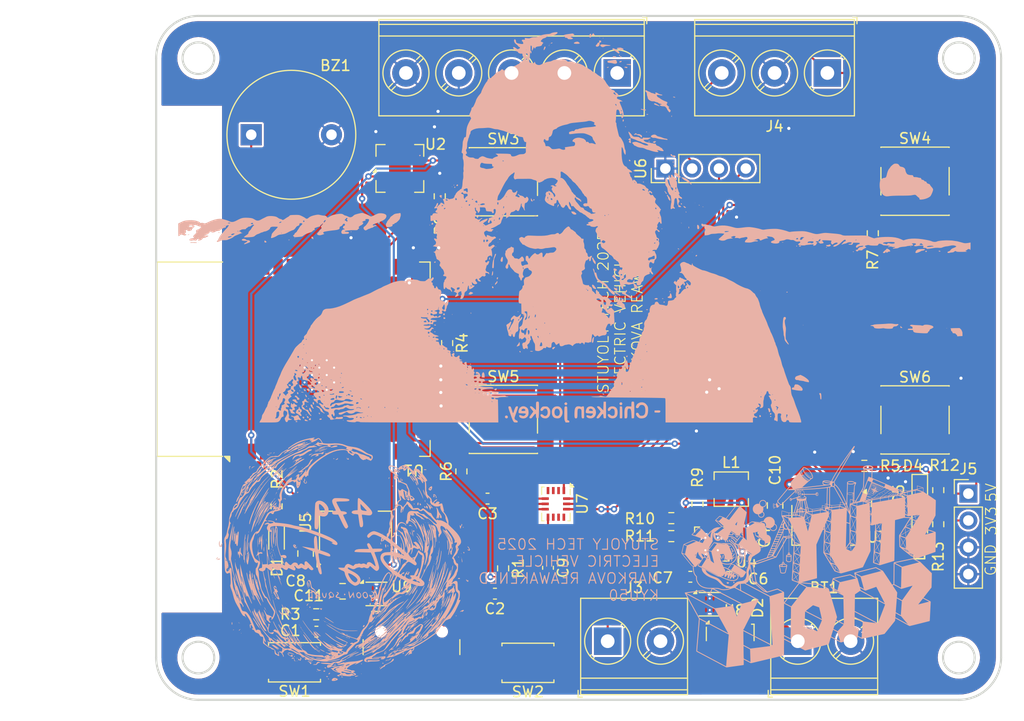
<source format=kicad_pcb>
(kicad_pcb (version 20240108) (generator "pcbnew") (generator_version "8.0")
  (layers (0 "F.Cu" signal) (31 "B.Cu" signal) (34 "B.Paste" user) (35 "F.Paste" user) (36 "B.SilkS" user "B.Silkscreen") (37 "F.SilkS" user "F.Silkscreen") (38 "B.Mask" user) (39 "F.Mask" user) (44 "Edge.Cuts" user))
  (net 0 "")
  (net 1 "VBAT")
  (net 2 "GND")
  (net 3 "/BUZZER")
  (net 4 "Net-(U1-EN)")
  (net 5 "Net-(U1-IO0)")
  (net 6 "+3V3")
  (net 7 "+5V")
  (net 8 "Net-(U4-SS{slash}TR)")
  (net 9 "Net-(D1-K)")
  (net 10 "Net-(D3-A)")
  (net 11 "Net-(D4-A)")
  (net 12 "/D-")
  (net 13 "/D+")
  (net 16 "/5V_ENC_B")
  (net 17 "/5V_LASER")
  (net 18 "/5V_ENC_A")
  (net 19 "/SPARK_MAX_PWM")
  (net 20 "/5V_FAN_PWM")
  (net 21 "Net-(U1-IO16)")
  (net 22 "Net-(U1-IO46)")
  (net 23 "/BTN4")
  (net 24 "/BTN3")
  (net 25 "/BTN2")
  (net 26 "/BTN1")
  (net 27 "Net-(U4-PG)")
  (net 28 "Net-(U4-FB)")
  (net 48 "/3V3_LASER")
  (net 49 "/3V3_FAN_PWM")
  (net 50 "/3V3_ENC_B")
  (net 51 "/3V3_ENC_A")
  (net 52 "/POWER_INDUCTOR")
  (net 53 "/SDA")
  (net 54 "/SCL")
  (net 61 "Net-(BT1-+)")
  (footprint "Resistor_SMD:R_0603_1608Metric" (layer "F.Cu") (at 167.2 70.575 90)
    (property "Reference" "R7")
    (property "Value" "1k")
  )
  (footprint "Capacitor_SMD:C_0805_2012Metric" (layer "F.Cu") (at 157.95 96.35 -90)
    (property "Reference" "C10")
    (property "Value" "10uF")
  )
  (footprint "TerminalBlock_Phoenix:TerminalBlock_Phoenix_PT-1,5-3-5.0-H_1x03_P5.00mm_Horizontal" (layer "F.Cu") (at 162.9 55.4 180)
    (property "Reference" "J4")
    (property "Value" "BLDC_FAN_ESC")
  )
  (footprint "Package_SON:WSON-6-1EP_2x2mm_P0.65mm_EP1x1.6mm_ThermalVias" (layer "F.Cu") (at 120.2125 104.725)
    (property "Reference" "U9")
    (property "Value" "TVS1400DRV")
  )
  (footprint "Package_LGA:Bosch_LGA-14_3x2.5mm_P0.5mm" (layer "F.Cu") (at 137.2 96.2 -90)
    (property "Reference" "U7")
    (property "Value" "BMI270")
  )
  (footprint "Resistor_SMD:R_0603_1608Metric" (layer "F.Cu") (at 148.125 99.25)
    (property "Reference" "R11")
    (property "Value" "100")
  )
  (footprint "Package_DFN_QFN:Texas_S-PVQFN-N14" (layer "F.Cu") (at 122.425 64.44 90)
    (property "Reference" "U2")
    (property "Value" "LSF0204")
  )
  (footprint "Capacitor_SMD:C_0603_1608Metric" (layer "F.Cu") (at 131.425 104.7 180)
    (property "Reference" "C2")
    (property "Value" "100nF")
  )
  (footprint "Package_TO_SOT_SMD:TO-277A" (layer "F.Cu") (at 153.7 110.75)
    (property "Reference" "D2")
    (property "Value" "D_Schottky")
  )
  (footprint "Capacitor_SMD:C_0805_2012Metric" (layer "F.Cu") (at 117 104.475 180)
    (property "Reference" "C11")
    (property "Value" "10uF")
  )
  (footprint "Capacitor_SMD:C_0603_1608Metric" (layer "F.Cu") (at 136.45 102.25 -90)
    (property "Reference" "C9")
    (property "Value" "100nF")
  )
  (footprint "LED_SMD:LED_0603_1608Metric" (layer "F.Cu") (at 171.65 94.9 -90)
    (property "Reference" "D4")
    (property "Value" "LED_5V")
  )
  (footprint "Resistor_SMD:R_0603_1608Metric" (layer "F.Cu") (at 126.2 67.075 -90)
    (property "Reference" "R8")
    (property "Value" "1k")
  )
  (footprint "Capacitor_SMD:C_0805_2012Metric" (layer "F.Cu") (at 155.2 98.5 -90)
    (property "Reference" "C4")
    (property "Value" "22uF")
  )
  (footprint "Package_DFN_QFN:VQFN-16-1EP_3x3mm_P0.5mm_EP1.68x1.68mm_ThermalVias" (layer "F.Cu") (at 151.9375 100 -90)
    (property "Reference" "U4")
    (property "Value" "TPS62140")
  )
  (footprint "Button_Switch_SMD:SW_Push_1P1T_NO_6x6mm_H9.5mm" (layer "F.Cu") (at 171.2 65.65)
    (property "Reference" "SW4")
    (property "Value" "SW_Push")
  )
  (footprint "Package_TO_SOT_SMD:SOT-223-3_TabPin2" (layer "F.Cu") (at 162.95 98.2 -90)
    (property "Reference" "U3")
    (property "Value" "NCP1117-3.3_SOT223")
  )
  (footprint "Capacitor_SMD:C_0805_2012Metric" (layer "F.Cu") (at 153.6 103.35)
    (property "Reference" "C6")
    (property "Value" "10uF")
  )
  (footprint "Capacitor_SMD:C_0603_1608Metric" (layer "F.Cu") (at 114.525 108.3 180)
    (property "Reference" "C1")
    (property "Value" "100nF")
  )
  (footprint "Resistor_SMD:R_0603_1608Metric" (layer "F.Cu") (at 148.125 97.55 180)
    (property "Reference" "R10")
    (property "Value" "32")
  )
  (footprint "Resistor_SMD:R_0603_1608Metric" (layer "F.Cu") (at 173.4 98.125 90)
    (property "Reference" "R13")
    (property "Value" "1k")
  )
  (footprint "LED_SMD:LED_0603_1608Metric" (layer "F.Cu") (at 110.75 99.6875 -90)
    (property "Reference" "D1")
    (property "Value" "LED")
  )
  (footprint "Resistor_SMD:R_0603_1608Metric" (layer "F.Cu") (at 114.5 106.65)
    (property "Reference" "R3")
    (property "Value" "1k")
  )
  (footprint "Button_Switch_SMD:SW_SPST_EVQP2" (layer "F.Cu") (at 134.55 111.25 180)
    (property "Reference" "SW2")
    (property "Value" "BOOT")
  )
  (footprint "Resistor_SMD:R_0603_1608Metric" (layer "F.Cu") (at 132.2 102.3 -90)
    (property "Reference" "R1")
    (property "Value" "1k")
  )
  (footprint "RF_Module:ESP32-S3-WROOM-1" (layer "F.Cu") (at 112.34 82.5 90)
    (property "Reference" "U1")
    (property "Value" "ESP32-S3-WROOM-1")
  )
  (footprint "TerminalBlock_Phoenix:TerminalBlock_Phoenix_PT-1,5-2-5.0-H_1x02_P5.00mm_Horizontal" (layer "F.Cu") (at 160.1 109.2)
    (property "Reference" "BT1")
    (property "Value" "8xAA")
  )
  (footprint "Resistor_SMD:R_0603_1608Metric" (layer "F.Cu") (at 128.25 93.125 90)
    (property "Reference" "R6")
    (property "Value" "1k")
  )
  (footprint "Button_Switch_SMD:SW_SPST_EVQP2" (layer "F.Cu") (at 112.45 111.2 180)
    (property "Reference" "SW1")
    (property "Value" "RST")
  )
  (footprint "Package_TO_SOT_SMD:SOT-223-3_TabPin2" (layer "F.Cu") (at 118.225 98.8 90)
    (property "Reference" "U5")
    (property "Value" "NCP1117-3.3_SOT223")
  )
  (footprint "Button_Switch_SMD:SW_Push_1P1T_NO_6x6mm_H9.5mm" (layer "F.Cu") (at 171.2 88.25)
    (property "Reference" "SW6")
    (property "Value" "SW_Push")
  )
  (footprint "Resistor_SMD:R_0603_1608Metric" (layer "F.Cu") (at 110.75 96.425 90)
    (property "Reference" "R2")
    (property "Value" "1k")
  )
  (footprint "Capacitor_SMD:C_0805_2012Metric" (layer "F.Cu") (at 113.5 100.9 -90)
    (property "Reference" "C8")
    (property "Value" "10uF")
  )
  (footprint "TerminalBlock_Phoenix:TerminalBlock_Phoenix_PT-1,5-2-5.0-H_1x02_P5.00mm_Horizontal" (layer "F.Cu") (at 142.1 109.2)
    (property "Reference" "J3")
    (property "Value" "SPARK_MAX")
  )
  (footprint "Button_Switch_SMD:SW_Push_1P1T_NO_6x6mm_H9.5mm" (layer "F.Cu") (at 132.225 65.7)
    (property "Reference" "SW3")
    (property "Value" "SW_Push")
  )
  (footprint "Resistor_SMD:R_0603_1608Metric" (layer "F.Cu") (at 126.9 80.975 -90)
    (property "Reference" "R4")
    (property "Value" "1k")
  )
  (footprint "Package_SON:WSON-6-1EP_2x2mm_P0.65mm_EP1x1.6mm_ThermalVias" (layer "F.Cu") (at 151.7625 105.7)
    (property "Reference" "U8")
    (property "Value" "TVS1400DRV")
  )
  (footprint "LED_SMD:LED_0603_1608Metric" (layer "F.Cu") (at 171.65 98.15 -90)
    (property "Reference" "D3")
    (property "Value" "LED_3V3")
  )
  (footprint "Capacitor_SMD:C_0603_1608Metric" (layer "F.Cu") (at 149.925 103.1 180)
    (property "Reference" "C7")
    (property "Value" "3.3nF")
  )
  (footprint "Buzzer_Beeper:Buzzer_12x9.5RM7.6" (layer "F.Cu") (at 108.35 61.25)
    (property "Reference" "BZ1")
    (property "Value" "Buzzer")
  )
  (footprint "Capacitor_SMD:C_0603_1608Metric" (layer "F.Cu") (at 130.725 95.7 180)
    (property "Reference" "C3")
    (property "Value" "100nF")
  )
  (footprint "Resistor_SMD:R_0603_1608Metric" (layer "F.Cu") (at 166.4 92.6)
    (property "Reference" "R5")
    (property "Value" "1k")
  )
  (footprint "Resistor_SMD:R_0603_1608Metric" (layer "F.Cu") (at 173.4 94.9 90)
    (property "Reference" "R12")
    (property "Value" "1k")
  )
  (footprint "Connector_PinHeader_2.54mm:PinHeader_1x04_P2.54mm_Vertical" (layer "F.Cu") (at 176.25 95.23)
    (property "Reference" "J5")
    (property "Value" "Power Probes")
  )
  (footprint "Inductor_SMD:L_Vishay_IHLP-1212" (layer "F.Cu") (at 153.8 94.8)
    (property "Reference" "L1")
    (property "Value" "2.2uH")
  )
  (footprint "Resistor_SMD:R_0603_1608Metric" (layer "F.Cu") (at 150.6 96.2 90)
    (property "Reference" "R9")
    (property "Value" "100k")
  )
  (footprint "Connector_PinHeader_2.54mm:PinHeader_1x04_P2.54mm_Vertical" (layer "F.Cu") (at 147.56 64.45 90)
    (property "Reference" "U6")
    (property "Value" "~")
  )
  (footprint "Button_Switch_SMD:SW_Push_1P1T_NO_6x6mm_H9.5mm" (layer "F.Cu") (at 132.225 88.2)
    (property "Reference" "SW5")
    (property "Value" "SW_Push")
  )
  (footprint "TerminalBlock_Phoenix:TerminalBlock_Phoenix_PT-1,5-5-5.0-H_1x05_P5.00mm_Horizontal" (layer "F.Cu") (at 143 55.4 180)
    (property "Reference" "J2")
    (property "Value" "AMT_102")
  )
  (footprint "Capacitor_SMD:C_0805_2012Metric" (layer "F.Cu") (at 167.8 96.2 90)
    (property "Reference" "C5")
    (property "Value" "10uF")
  )
  (footprint "Connector_USB:USB_C_Receptacle_GCT_USB4110" (layer "F.Cu") (at 123.525 110.9)
    (property "Reference" "J1" (hide yes))
    (property "Value" "USB_C_Receptacle_USB2.0_14P")
  )
  (footprint "LOGO" (layer "B.Cu") (at 161.2 101.25 180)
    (property "Reference" "G***" (hide yes))
    (property "Value" "LOGO" (hide yes))
  )
  (footprint "LOGO" (layer "B.Cu") (at 117.049588 100.905242 180)
    (property "Reference" "G***" (hide yes))
    (property "Value" "LOGO" (hide yes))
  )
  (footprint "LOGO" (layer "B.Cu") (at 138.95 68.65 180)
    (property "Reference" "G***" (hide yes))
    (property "Value" "LOGO" (hide yes))
  )
  (gr_circle (center 175.35 54) (end 176.85 54) (stroke (width 0.2)) (fill none) (layer "Edge.Cuts"))
  (gr_arc (start 175.35 50) (mid 178.178427 51.171573) (end 179.35 54) (stroke (width 0.2)) (layer "Edge.Cuts"))
  (gr_circle (center 175.35 110.75) (end 176.85 110.75) (stroke (width 0.2)) (fill none) (layer "Edge.Cuts"))
  (gr_arc (start 179.35 110.75) (mid 178.178427 113.578427) (end 175.35 114.75) (stroke (width 0.2)) (layer "Edge.Cuts"))
  (gr_line (start 179.35 110.75) (end 179.35 54) (stroke (width 0.2)) (layer "Edge.Cuts"))
  (gr_arc (start 99.35 54) (mid 100.521573 51.171573) (end 103.35 50) (stroke (width 0.2)) (layer "Edge.Cuts"))
  (gr_line (start 175.35 50) (end 103.35 50) (stroke (width 0.2)) (layer "Edge.Cuts"))
  (gr_circle (center 103.35 110.75) (end 104.85 110.75) (stroke (width 0.2)) (fill none) (layer "Edge.Cuts"))
  (gr_circle (center 103.35 54) (end 104.85 54) (stroke (width 0.2)) (fill none) (layer "Edge.Cuts"))
  (gr_line (start 99.35 110.75) (end 99.35 54) (stroke (width 0.2)) (layer "Edge.Cuts"))
  (gr_line (start 175.35 114.75) (end 103.35 114.75) (stroke (width 0.2)) (layer "Edge.Cuts"))
  (gr_arc (start 103.35 114.75) (mid 100.521573 113.578427) (end 99.35 110.75) (stroke (width 0.2)) (layer "Edge.Cuts"))
  (gr_text "STUYOLY TECH 2025 \nELECTRIC VEHICLE\nMARKOVA REAWAKENED\nKYU50" (at 147.05 105.45 0) (layer "B.SilkS") (effects (font (size 1 1) (thickness 0.1)) (justify left bottom mirror)))
  (gr_text "5V" (at 179 96.1 90) (layer "F.SilkS") (effects (font (size 1 1) (thickness 0.1)) (justify left bottom)))
  (gr_text "3V3\n" (at 179 99.25 90) (layer "F.SilkS") (effects (font (size 1 1) (thickness 0.1)) (justify left bottom)))
  (gr_text "GND\n" (at 178.95 103.1 90) (layer "F.SilkS") (effects (font (size 1 1) (thickness 0.1)) (justify left bottom)))
  (gr_text "STUYOLY TECH 2025 \nELECTRIC VEHICLE\nMARKOVA REAWAKENED\nKYU50" (at 147.1 85.8 90) (layer "F.SilkS") (effects (font (size 1 1) (thickness 0.1)) (justify left bottom)))
  (segment (start 152.66 108.235) (end 152.66 103.36) (width 0.3) (layer "F.Cu") (net 1))
  (segment (start 153.05 101.1) (end 153.4 100.75) (width 0.2) (layer "F.Cu") (net 1))
  (segment (start 152.6 103.35) (end 152.65 103.35) (width 0.2) (layer "F.Cu") (net 1))
  (segment (start 152.66 103.36) (end 152.65 103.35) (width 0.3) (layer "F.Cu") (net 1))
  (segment (start 152.05 103.35) (end 152.65 103.35) (width 0.2) (layer "F.Cu") (net 1))
  (segment (start 151.6875 101.4625) (end 151.6875 102.9875) (width 0.2) (layer "F.Cu") (net 1))
  (segment (start 151.6875 102.9875) (end 152.05 103.35) (width 0.2) (layer "F.Cu") (net 1))
  (segment (start 152.65 103.35) (end 153.05 102.95) (width 0.2) (layer "F.Cu") (net 1))
  (segment (start 153.05 102.95) (end 153.05 101.1) (width 0.2) (layer "F.Cu") (net 1))
  (segment (start 150.475 99.75) (end 151.0075 99.75) (width 0.2) (layer "F.Cu") (net 2))
  (segment (start 136.1875 96.2) (end 135.4 96.2) (width 0.2) (layer "F.Cu") (net 2))
  (segment (start 137.95 94.9375) (end 137.95 94.15) (width 0.2) (layer "F.Cu") (net 2))
  (segment (start 136.1875 96.7) (end 135.4 96.7) (width 0.2) (layer "F.Cu") (net 2))
  (segment (start 153.4 99.25) (end 152.6875 99.25) (width 0.2) (layer "F.Cu") (net 2))
  (segment (start 152.6875 99.25) (end 152.5275 99.41) (width 0.2) (layer "F.Cu") (net 2))
  (segment (start 151.1875 100.75) (end 151.3475 100.59) (width 0.2) (layer "F.Cu") (net 2))
  (segment (start 150.475 100.75) (end 151.1875 100.75) (width 0.2) (layer "F.Cu") (net 2))
  (segment (start 151.0075 99.75) (end 151.3475 99.41) (width 0.2) (layer "F.Cu") (net 2))
  (via (at 126.2 64.9) (size 0.6) (drill 0.3) (layers "F.Cu" "B.Cu") (net 2))
  (via (at 120.15 60.95) (size 0.6) (drill 0.3) (layers "F.Cu" "B.Cu") (net 2))
  (via (at 123.7 71.95) (size 0.6) (drill 0.3) (layers "F.Cu" "B.Cu") (net 2))
  (via (at 125.7 60.5) (size 0.6) (drill 0.3) (layers "F.Cu" "B.Cu") (net 2))
  (via (at 175.55 84.3) (size 0.6) (drill 0.3) (layers "F.Cu" "B.Cu") (net 2))
  (via (at 126.1 71.95) (size 0.6) (drill 0.3) (layers "F.Cu" "B.Cu") (net 2))
  (via (at 161.7 91.3) (size 0.6) (drill 0.3) (layers "F.Cu" "B.Cu") (net 2))
  (via (at 154.3 69.05) (size 0.6) (drill 0.3) (layers "F.Cu" "B.Cu") (net 2))
  (via (at 168.65 93.75) (size 0.6) (drill 0.3) (layers "F.Cu" "B.Cu") (net 2))
  (via (at 159.25 60.65) (size 0.6) (drill 0.3) (layers "F.Cu" "B.Cu") (net 2))
  (via (at 170.3 94.1) (size 0.6) (drill 0.3) (layers "F.Cu" "B.Cu") (net 2))
  (via (at 117.8 71) (size 0.6) (drill 0.3) (layers "F.Cu" "B.Cu") (net 2))
  (via (at 150.5 89.3) (size 0.6) (drill 0.3) (layers "F.Cu" "B.Cu") (net 2))
  (via (at 165.35 91.25) (size 0.6) (drill 0.3) (layers "F.Cu" "B.Cu") (net 2))
  (segment (start 108.35 61.25) (end 108.35 73.75) (width 0.2) (layer "F.Cu") (net 3))
  (segment (start 115.3 108.3) (end 115.3 110.075) (width 0.2) (layer "F.Cu") (net 4))
  (segment (start 114.825 110.15) (end 115.025 110.35) (width 0.2) (layer "F.Cu") (net 4))
  (segment (start 109.62 91.25) (end 109.62 110.095) (width 0.2) (layer "F.Cu") (net 4))
  (segment (start 109.875 110.35) (end 115.025 110.35) (width 0.2) (layer "F.Cu") (net 4))
  (segment (start 115.3 106.675) (end 115.325 106.65) (width 0.2) (layer "F.Cu") (net 4))
  (segment (start 115.35 110.025) (end 115.025 110.35) (width 0.2) (layer "F.Cu") (net 4))
  (segment (start 109.62 110.095) (end 109.875 110.35) (width 0.2) (layer "F.Cu") (net 4))
  (segment (start 115.3 110.075) (end 115.025 110.35) (width 0.2) (layer "F.Cu") (net 4))
  (segment (start 115.3 108.3) (end 115.3 106.675) (width 0.2) (layer "F.Cu") (net 4))
  (segment (start 131.975 110.4) (end 131.975 104.925) (width 0.2) (layer "F.Cu") (net 5))
  (segment (start 132.2 104.7) (end 132.2 103.125) (width 0.2) (layer "F.Cu") (net 5))
  (segment (start 131 103.125) (end 130.925 103.125) (width 0.2) (layer "F.Cu") (net 5))
  (segment (start 132.2 103.125) (end 131 103.125) (width 0.2) (layer "F.Cu") (net 5))
  (segment (start 131.975 104.925) (end 132.2 104.7) (width 0.2) (layer "F.Cu") (net 5))
  (segment (start 131.975 110.4) (end 137.125 110.4) (width 0.2) (layer "F.Cu") (net 5))
  (segment (start 123.32 75.27) (end 123.59 75) (width 0.2) (layer "F.Cu") (net 5))
  (segment (start 123.59 75) (end 123.59 73.75) (width 0.2) (layer "F.Cu") (net 5))
  (via (at 123.32 75.27) (size 0.6) (drill 0.3) (layers "F.Cu" "B.Cu") (net 5))
  (via (at 131 103.125) (size 0.6) (drill 0.3) (layers "F.Cu" "B.Cu") (net 5))
  (segment (start 131 97.15) (end 131 103.125) (width 0.2) (layer "B.Cu") (net 5))
  (segment (start 123.32 89.47) (end 131 97.15) (width 0.2) (layer "B.Cu") (net 5))
  (segment (start 123.32 75.27) (end 123.3 75.29) (width 0.2) (layer "B.Cu") (net 5))
  (segment (start 123.32 75.27) (end 123.32 89.47) (width 0.2) (layer "B.Cu") (net 5))
  (segment (start 112 94.9) (end 112.75 95.65) (width 0.2) (layer "F.Cu") (net 6))
  (segment (start 139.4 100.3) (end 139.4 97.05) (width 0.2) (layer "F.Cu") (net 6))
  (segment (start 175.175 63.4) (end 167.225 63.4) (width 0.2) (layer "F.Cu") (net 6))
  (segment (start 137.6 86.4) (end 137.15 85.95) (width 0.2) (layer "F.Cu") (net 6))
  (segment (start 128.25 85.95) (end 136.2 85.95) (width 0.2) (layer "F.Cu") (net 6))
  (segment (start 170.4 92.25) (end 169.45 93.2) (width 0.2) (layer "F.Cu") (net 6))
  (segment (start 119.45 65.2) (end 120.69 65.2) (width 0.2) (layer "F.Cu") (net 6))
  (segment (start 136.1875 95.7) (end 133.55 95.7) (width 0.2) (layer "F.Cu") (net 6))
  (segment (start 139.05 96.7) (end 138.2125 96.7) (width 0.2) (layer "F.Cu") (net 6))
  (segment (start 175.175 63.4) (end 176.05 63.4) (width 0.2) (layer "F.Cu") (net 6))
  (segment (start 171.147814 96.4) (end 169.8 96.4) (width 0.2) (layer "F.Cu") (net 6))
  (segment (start 113.5 99.95) (end 112.9 99.95) (width 0.2) (layer "F.Cu") (net 6))
  (segment (start 137.6 86.4) (end 137.6 63.9) (width 0.2) (layer "F.Cu") (net 6))
  (segment (start 137.6 91.65) (end 137.6 86.4) (width 0.2) (layer "F.Cu") (net 6))
  (segment (start 133.55 95.7) (end 131.5 95.7) (width 0.2) (layer "F.Cu") (net 6))
  (segment (start 175.9 92.25) (end 170.4 92.25) (width 0.2) (layer "F.Cu") (net 6))
  (segment (start 148.1 61.8) (end 150.1 63.8) (width 0.2) (layer "F.Cu") (net 6))
  (segment (start 137.6 63.9) (end 137.15 63.45) (width 0.2) (layer "F.Cu") (net 6))
  (segment (start 169.8 96.4) (end 169.45 96.75) (width 0.2) (layer "F.Cu") (net 6))
  (segment (start 112.75 95.65) (end 118.225 95.65) (width 0.2) (layer "F.Cu") (net 6))
  (segment (start 108.35 91.25) (end 108.35 89.7) (width 0.2) (layer "F.Cu") (net 6))
  (segment (start 173.4 97.3) (end 172.5 96.4) (width 0.2) (layer "F.Cu") (net 6))
  (segment (start 172.152186 96.4) (end 172.127186 96.425) (width 0.2) (layer "F.Cu") (net 6))
  (segment (start 176.6 86.4) (end 176.6 91.55) (width 0.2) (layer "F.Cu") (net 6))
  (segment (start 173.87 97.77) (end 173.4 97.3) (width 0.2) (layer "F.Cu") (net 6))
  (segment (start 137.15 85.95) (end 136.2 85.95) (width 0.2) (layer "F.Cu") (net 6))
  (segment (start 169.45 96.75) (end 169.05 97.15) (width 0.2) (layer "F.Cu") (net 6))
  (segment (start 125.55 63.69) (end 128.01 63.69) (width 0.2) (layer "F.Cu") (net 6))
  (segment (start 172.127186 96.425) (end 171.172814 96.425) (width 0.2) (layer "F.Cu") (net 6))
  (segment (start 138.225 101.475) (end 139.4 100.3) (width 0.2) (layer "F.Cu") (net 6))
  (segment (start 166.1 63.4) (end 167.225 63.4) (width 0.2) (layer "F.Cu") (net 6))
  (segment (start 136.45 97.4625) (end 136.45 101.1) (width 0.2) (layer "F.Cu") (net 6))
  (segment (start 160.3 91.2) (end 162.95 93.85) (width 0.2) (layer "F.Cu") (net 6))
  (segment (start 124.15 63.69) (end 125.55 63.69) (width 0.2) (layer "F.Cu") (net 6))
  (segment (start 128.01 63.69) (end 128.25 63.45) (width 0.2) (layer "F.Cu") (net 6))
  (segment (start 136.45 101.1) (end 136.5 101.15) (width 0.2) (layer "F.Cu") (net 6))
  (segment (start 169.05 97.15) (end 167.8 97.15) (width 0.2) (layer "F.Cu") (net 6))
  (segment (start 175.175 86) (end 176.2 86) (width 0.2) (layer "F.Cu") (net 6))
  (segment (start 139.7 61.8) (end 147.45 61.8) (width 0.2) (layer "F.Cu") (net 6))
  (segment (start 128.25 63.45) (end 136.2 63.45) (width 0.2) (layer "F.Cu") (net 6))
  (segment (start 176.2 86) (end 176.6 86.4) (width 0.2) (layer "F.Cu") (net 6))
  (segment (start 147.45 61.8) (end 148.1 61.8) (width 0.2) (layer "F.Cu") (net 6))
  (segment (start 133.55 95.7) (end 137.6 91.65) (width 0.2) (layer "F.Cu") (net 6))
  (segment (start 164.5 61.8) (end 166.1 63.4) (width 0.2) (layer "F.Cu") (net 6))
  (segment (start 137.6 63.9) (end 139.7 61.8) (width 0.2) (layer "F.Cu") (net 6))
  (segment (start 176.6 63.95) (end 176.6 86.4) (width 0.2) (layer "F.Cu") (net 6))
  (segment (start 176.6 91.55) (end 175.9 92.25) (width 0.2) (layer "F.Cu") (net 6))
  (segment (start 169.45 93.2) (end 169.45 96.75) (width 0.2) (layer "F.Cu") (net 6))
  (segment (start 141.5 96.7) (end 139.05 96.7) (width 0.2) (layer "F.Cu") (net 6))
  (segment (start 162.95 93.85) (end 162.95 95.05) (width 0.2) (layer "F.Cu") (net 6))
  (segment (start 176.25 97.77) (end 173.87 97.77) (width 0.2) (layer "F.Cu") (net 6))
  (segment (start 132.2 101.475) (end 136.45 101.475) (width 0.2) (layer "F.Cu") (net 6))
  (segment (start 148.2 91.2) (end 160.3 91.2) (width 0.2) (layer "F.Cu") (net 6))
  (segment (start 176.05 63.4) (end 176.6 63.95) (width 0.2) (layer "F.Cu") (net 6))
  (segment (start 147.45 61.8) (end 164.5 61.8) (width 0.2) (layer "F.Cu") (net 6))
  (segment (start 112.25 105.8) (end 113.1 106.65) (width 0.2) (layer "F.Cu") (net 6))
  (segment (start 172.5 96.4) (end 172.152186 96.4) (width 0.2) (layer "F.Cu") (net 6))
  (segment (start 136.45 101.475) (end 138.225 101.475) (width 0.2) (layer "F.Cu") (net 6))
  (segment (start 137.15 63.45) (end 136.2 63.45) (width 0.2) (layer "F.Cu") (net 6))
  (segment (start 139.4 97.05) (end 139.05 96.7) (width 0.2) (layer "F.Cu") (net 6))
  (segment (start 167.225 86) (end 175.175 86) (width 0.2) (layer "F.Cu") (net 6))
  (segment (start 120.69 65.2) (end 120.7 65.19) (width 0.2) (layer "F.Cu") (net 6))
  (segment (start 113.1 106.65) (end 113.675 106.65) (width 0.2) (layer "F.Cu") (net 6))
  (segment (start 112.25 100.6) (end 112.25 105.8) (width 0.2) (layer "F.Cu") (net 6))
  (segment (start 112.9 99.95) (end 112.25 100.6) (width 0.2) (layer "F.Cu") (net 6))
  (segment (start 142.7 96.7) (end 148.2 91.2) (width 0.2) (layer "F.Cu") (net 6))
  (segment (start 150.1 63.8) (end 150.1 64.45) (width 0.2) (layer "F.Cu") (net 6))
  (segment (start 171.172814 96.425) (end 171.147814 96.4) (width 0.2) (layer "F.Cu") (net 6))
  (segment (start 175.78 97.3) (end 176.25 97.77) (width 0.2) (layer "F.Cu") (net 6))
  (via (at 125.55 63.69) (size 0.6) (drill 0.3) (layers "F.Cu" "B.Cu") (net 6))
  (via (at 141.5 96.7) (size 0.6) (drill 0.3) (layers "F.Cu" "B.Cu") (net 6))
  (via (at 108.35 89.7) (size 0.6) (drill 0.3) (layers "F.Cu" "B.Cu") (net 6))
  (via (at 112 94.9) (size 0.6) (drill 0.3) (layers "F.Cu" "B.Cu") (net 6))
  (via (at 119.45 65.2) (size 0.6) (drill 0.3) (layers "F.Cu" "B.Cu") (net 6))
  (via (at 142.7 96.7) (size 0.6) (drill 0.3) (layers "F.Cu" "B.Cu") (net 6))
  (segment (start 120.2 64.45) (end 124.79 64.45) (width 0.2) (layer "B.Cu") (net 6))
  (segment (start 108.35 76.3) (end 108.35 89.5) (width 0.2) (layer "B.Cu") (net 6))
  (segment (start 141.5 96.7) (end 142.7 96.7) (width 0.2) (layer "B.Cu") (net 6))
  (segment (start 119.45 65.2) (end 120.2 64.45) (width 0.2) (layer "B.Cu") (net 6))
  (segment (start 119.45 65.2) (end 108.35 76.3) (width 0.2) (layer "B.Cu") (net 6))
  (segment (start 124.79 64.45) (end 125.55 63.69) (width 0.2) (layer "B.Cu") (net 6))
  (segment (start 112 94.9) (end 108.35 91.25) (width 0.2) (layer "B.Cu") (net 6))
  (segment (start 108.35 89.5) (end 108.35 89.7) (width 0.2) (layer "B.Cu") (net 6))
  (segment (start 108.35 91.25) (end 108.35 89.7) (width 0.2) (layer "B.Cu") (net 6))
  (segment (start 121.125 107.22) (end 121.125 107.759695) (width 0.3) (layer "F.Cu") (net 7))
  (segment (start 138 55.4) (end 136.1 53.5) (width 0.2) (layer "F.Cu") (net 7))
  (segment (start 176.25 95.23) (end 174.555 95.23) (width 0.2) (layer "F.Cu") (net 7))
  (segment (start 147.6 96.7) (end 147.3 97) (width 0.2) (layer "F.Cu") (net 7))
  (segment (start 119.8625 103.35) (end 118.475 103.35) (width 0.2) (layer "F.Cu") (net 7))
  (segment (start 136 53.5) (end 161 53.5) (width 0.2) (layer "F.Cu") (net 7))
  (segment (start 149.5 96.1) (end 149.5 95.8) (width 0.2) (layer "F.Cu") (net 7))
  (segment (start 118.475 103.35) (end 117.95 103.875) (width 0.2) (layer "F.Cu") (net 7))
  (segment (start 125.925 107.759695) (end 125.925 107.22) (width 0.3) (layer "F.Cu") (net 7))
  (segment (start 176.25 95.23) (end 177 94.48) (width 0.2) (layer "F.Cu") (net 7))
  (segment (start 120.3 53.5) (end 136 53.5) (width 0.2) (layer "F.Cu") (net 7))
  (segment (start 161 53.5) (end 162.9 55.4) (width 0.2) (layer "F.Cu") (net 7))
  (segment (start 120.525 101.95) (end 120.525 102.6875) (width 0.2) (layer "F.Cu") (net 7))
  (segment (start 147.3 97) (end 147.3 97.55) (width 0.2) (layer "F.Cu") (net 7))
  (segment (start 118.85 67.3) (end 118.85 54.95) (width 0.2) (layer "F.Cu") (net 7))
  (segment (start 177 60.4) (end 172 55.4) (width 0.2) (layer "F.Cu") (net 7))
  (segment (start 136.1 53.5) (end 136 53.5) (width 0.2) (layer "F.Cu") (net 7))
  (segment (start 149.925 95.375) (end 150.6 95.375) (width 0.2) (layer "F.Cu") (net 7))
  (segment (start 149.5 96.1) (end 149.5 96.5) (width 0.2) (layer "F.Cu") (net 7))
  (segment (start 154.85 100.7) (end 154.4 100.25) (width 0.2) (layer "F.Cu") (net 7))
  (segment (start 125.139695 108.545) (end 125.925 107.759695) (width 0.3) (layer "F.Cu") (net 7))
  (segment (start 149.5 96.5) (end 149.3 96.7) (width 0.2) (layer "F.Cu") (net 7))
  (segment (start 121.910305 108.545) (end 125.139695 108.545) (width 0.3) (layer "F.Cu") (net 7))
  (segment (start 149.3 96.7) (end 147.6 96.7) (width 0.2) (layer "F.Cu") (net 7))
  (segment (start 121.125 107.759695) (end 121.910305 108.545) (width 0.3) (layer "F.Cu") (net 7))
  (segment (start 121.125 103.8) (end 121.125 102.3375) (width 0.3) (layer "F.Cu") (net 7))
  (segment (start 121.125 107.22) (end 121.125 103.8) (width 0.3) (layer "F.Cu") (net 7))
  (segment (start 118.85 54.95) (end 120.3 53.5) (width 0.2) (layer "F.Cu") (net 7))
  (segment (start 154.4 100.25) (end 153.4 100.25) (width 0.2) (layer "F.Cu") (net 7))
  (segment (start 118.85 64.2) (end 119.36 63.69) (width 0.2) (layer "F.Cu") (net 7))
  (segment (start 121.125 102.3375) (end 120.7375 101.95) (width 0.3) (layer "F.Cu") (net 7))
  (segment (start 120.525 102.6875) (end 119.8625 103.35) (width 0.2) (layer "F.Cu") (net 7))
  (segment (start 121.1 107.195) (end 121.125 107.22) (width 0.3) (layer "F.Cu") (net 7))
  (segment (start 172.225 92.9) (end 173.4 94.075) (width 0.2) (layer "F.Cu") (net 7))
  (segment (start 149.5 95.8) (end 149.925 95.375) (width 0.2) (layer "F.Cu") (net 7))
  (segment (start 121.85 101.95) (end 120.525 101.95) (width 0.2) (layer "F.Cu") (net 7))
  (segment (start 118.85 67.3) (end 118.85 64.2) (width 0.2) (layer "F.Cu") (net 7))
  (segment (start 119.36 63.69) (end 120.7 63.69) (width 0.2) (layer "F.Cu") (net 7))
  (segment (start 174.555 95.23) (end 173.4 94.075) (width 0.2) (layer "F.Cu") (net 7))
  (segment (start 117.95 103.875) (end 117.95 104.475) (width 0.2) (layer "F.Cu") (net 7))
  (segment (start 172 55.4) (end 162.9 55.4) (width 0.2) (layer "F.Cu") (net 7))
  (segment (start 177 94.48) (end 177 60.4) (width 0.2) (layer "F.Cu") (net 7))
  (via (at 121.85 101.95) (size 0.6) (drill 0.3) (layers "F.Cu" "B.Cu") (net 7))
  (via (at 159.3 94.35) (size 0.6) (drill 0.3) (layers "F.Cu" "B.Cu") (net 7))
  (via (at 149.5 96.1) (size 0.6) (drill 0.3) (layers "F.Cu" "B.Cu") (net 7))
  (via (at 154.85 100.7) (size 0.6) (drill 0.3) (layers "F.Cu" "B.Cu") (net 7))
  (via (at 154.8 96.1) (size 0.6) (drill 0.3) (layers "F.Cu" "B.Cu") (net 7))
  (via (at 172.225 92.9) (size 0.6) (drill 0.3) (layers "F.Cu" "B.Cu") (net 7))
  (via (at 118.85 67.3) (size 0.6) (drill 0.3) (layers "F.Cu" "B.Cu") (net 7))
  (segment (start 149.5 96.1) (end 154.8 96.1) (width 0.2) (layer "B.Cu") (net 7))
  (segment (start 155.2 100.35) (end 155.2 96.5) (width 0.2) (layer "B.Cu") (net 7))
  (segment (start 118.85 67.3) (end 118.85 68.05) (width 0.2) (layer "B.Cu") (net 7))
  (segment (start 154.85 100.7) (end 155.2 100.35) (width 0.2) (layer "B.Cu") (net 7))
  (segment (start 118.85 68.05) (end 121.85 71.05) (width 0.2) (layer "B.Cu") (net 7))
  (segment (start 160.75 92.9) (end 159.3 94.35) (width 0.2) (layer "B.Cu") (net 7))
  (segment (start 172.225 92.9) (end 160.75 92.9) (width 0.2) (layer "B.Cu") (net 7))
  (segment (start 155.2 96.5) (end 154.8 96.1) (width 0.2) (layer "B.Cu") (net 7))
  (segment (start 121.85 71.05) (end 121.85 101.95) (width 0.2) (layer "B.Cu") (net 7))
  (segment (start 151.1875 101.4625) (end 151.1875 102.6125) (width 0.2) (layer "F.Cu") (net 8))
  (segment (start 151.1875 102.6125) (end 150.7 103.1) (width 0.2) (layer "F.Cu") (net 8))
  (segment (start 110.75 98.9) (end 110.75 97.25) (width 0.2) (layer "F.Cu") (net 9))
  (segment (start 171.65 98.9375) (end 173.3875 98.9375) (width 0.2) (layer "F.Cu") (net 10))
  (segment (start 173.3875 98.9375) (end 173.4 98.95) (width 0.2) (layer "F.Cu") (net 10))
  (segment (start 173.3625 95.6875) (end 173.4 95.725) (width 0.2) (layer "F.Cu") (net 11))
  (segment (start 171.65 95.6875) (end 173.3625 95.6875) (width 0.2) (layer "F.Cu") (net 11))
  (segment (start 122.73 105.672206) (end 122.8 105.742206) (width 0.2) (layer "F.Cu") (net 12))
  (segment (start 122.775 106.357499) (end 122.775 107.22) (width 0.2) (layer "F.Cu") (net 12))
  (segment (start 122.32 91.25) (end 122.32 92.375001) (width 0.2) (layer "F.Cu") (net 12))
  (segment (start 122.32 92.375001) (end 122.73 92.785001) (width 0.2) (layer "F.Cu") (net 12))
  (segment (start 122.775 107.22) (end 122.775 107.82741) (width 0.2) (layer "F.Cu") (net 12))
  (segment (start 122.73 92.785001) (end 122.73 105.672206) (width 0.2) (layer "F.Cu") (net 12))
  (segment (start 122.8 105.742206) (end 122.8 106.332499) (width 0.2) (layer "F.Cu") (net 12))
  (segment (start 123.04259 108.095) (end 123.50741 108.095) (width 0.2) (layer "F.Cu") (net 12))
  (segment (start 123.50741 108.095) (end 123.775 107.82741) (width 0.2) (layer "F.Cu") (net 12))
  (segment (start 122.8 106.332499) (end 122.775 106.357499) (width 0.2) (layer "F.Cu") (net 12))
  (segment (start 122.775 107.82741) (end 123.04259 108.095) (width 0.2) (layer "F.Cu") (net 12))
  (segment (start 123.775 107.82741) (end 123.775 107.22) (width 0.2) (layer "F.Cu") (net 12))
  (segment (start 123.275 107.22) (end 123.275 106.61259) (width 0.2) (layer "F.Cu") (net 13))
  (segment (start 123.54259 106.345) (end 124.00741 106.345) (width 0.2) (layer "F.Cu") (net 13))
  (segment (start 123.25 105.57) (end 123.25 106.332499) (width 0.2) (layer "F.Cu") (net 13))
  (segment (start 124.00741 106.345) (end 124.275 106.61259) (width 0.2) (layer "F.Cu") (net 13))
  (segment (start 123.275 106.61259) (end 123.54259 106.345) (width 0.2) (layer "F.Cu") (net 13))
  (segment (start 123.59 92.375001) (end 123.18 92.785001) (width 0.2) (layer "F.Cu") (net 13))
  (segment (start 123.59 91.25) (end 123.59 92.375001) (width 0.2) (layer "F.Cu") (net 13))
  (segment (start 123.25 106.332499) (end 123.275 106.357499) (width 0.2) (layer "F.Cu") (net 13))
  (segment (start 123.275 106.357499) (end 123.275 107.22) (width 0.2) (layer "F.Cu") (net 13))
  (segment (start 123.18 92.785001) (end 123.18 105.5) (width 0.2) (layer "F.Cu") (net 13))
  (segment (start 124.275 106.61259) (end 124.275 107.22) (width 0.2) (layer "F.Cu") (net 13))
  (segment (start 123.18 105.5) (end 123.25 105.57) (width 0.2) (layer "F.Cu") (net 13))
  (segment (start 121.925 61.740686) (end 125.665686 58) (width 0.2) (layer "F.Cu") (net 16))
  (segment (start 140.4 58) (end 143 55.4) (width 0.2) (layer "F.Cu") (net 16))
  (segment (start 125.665686 58) (end 140.4 58) (width 0.2) (layer "F.Cu") (net 16))
  (segment (start 121.925 62.715) (end 121.925 61.740686) (width 0.2) (layer "F.Cu") (net 16))
  (segment (start 126.039951 59.039951) (end 125.757107 59.039951) (width 0.2) (layer "F.Cu") (net 17))
  (segment (start 122.925 61.872058) (end 122.925 62.715) (width 0.2) (layer "F.Cu") (net 17))
  (segment (start 125.757107 59.039951) (end 122.925 61.872058) (width 0.2) (layer "F.Cu") (net 17))
  (via (at 126.039951 59.039951) (size 0.6) (drill 0.3) (layers "F.Cu" "B.Cu") (net 17))
  (segment (start 128 57) (end 128 55.4) (width 0.2) (layer "B.Cu") (net 17))
  (segment (start 126.039951 59.039951) (end 126.039951 58.960049) (width 0.2) (layer "B.Cu") (net 17))
  (segment (start 126.039951 58.960049) (end 128 57) (width 0.2) (layer "B.Cu") (net 17))
  (segment (start 121.425 62.715) (end 121.425 61.675) (width 0.2) (layer "F.Cu") (net 18))
  (segment (start 130.8 57.6) (end 133 55.4) (width 0.2) (layer "F.Cu") (net 18))
  (segment (start 121.425 61.675) (end 125.5 57.6) (width 0.2) (layer "F.Cu") (net 18))
  (segment (start 125.5 57.6) (end 130.8 57.6) (width 0.2) (layer "F.Cu") (net 18))
  (segment (start 142.1 95.85) (end 142.1 109.2) (width 0.2) (layer "F.Cu") (net 19))
  (segment (start 152.65 85.3) (end 142.1 95.85) (width 0.2) (layer "F.Cu") (net 19))
  (segment (start 126.3 83.15) (end 124.855 83.15) (width 0.2) (layer "F.Cu") (net 19))
  (segment (start 124.855 83.15) (end 124.84 83.135) (width 0.2) (layer "F.Cu") (net 19))
  (via (at 126.3 83.15) (size 0.6) (drill 0.3) (layers "F.Cu" "B.Cu") (net 19))
  (via (at 152.65 85.3) (size 0.6) (drill 0.3) (layers "F.Cu" "B.Cu") (net 19))
  (segment (start 126.3 83.15) (end 151.298529 83.15) (width 0.2) (layer "B.Cu") (net 19))
  (segment (start 152.65 84.501471) (end 152.65 85.3) (width 0.2) (layer "B.Cu") (net 19))
  (segment (start 151.298529 83.15) (end 152.65 84.501471) (width 0.2) (layer "B.Cu") (net 19))
  (segment (start 122.425 61.806372) (end 125.831372 58.4) (width 0.2) (layer "F.Cu") (net 20))
  (segment (start 149.9 58.4) (end 152.9 55.4) (width 0.2) (layer "F.Cu") (net 20))
  (segment (start 125.831372 58.4) (end 149.9 58.4) (width 0.2) (layer "F.Cu") (net 20))
  (segment (start 122.425 62.715) (end 122.425 61.806372) (width 0.2) (layer "F.Cu") (net 20))
  (segment (start 117.24 92.06) (end 117.24 91.25) (width 0.2) (layer "F.Cu") (net 21))
  (segment (start 110.75 95.6) (end 110.75 94.2) (width 0.2) (layer "F.Cu") (net 21))
  (segment (start 110.75 94.2) (end 112.1 92.85) (width 0.2) (layer "F.Cu") (net 21))
  (segment (start 116.45 92.85) (end 117.24 92.06) (width 0.2) (layer "F.Cu") (net 21))
  (segment (start 112.1 92.85) (end 116.45 92.85) (width 0.2) (layer "F.Cu") (net 21))
  (segment (start 126.925 81.825) (end 126.9 81.8) (width 0.2) (layer "F.Cu") (net 22))
  (segment (start 126.925 87.375) (end 126.925 81.825) (width 0.2) (layer "F.Cu") (net 22))
  (segment (start 124.84 88.215) (end 126.085 88.215) (width 0.2) (layer "F.Cu") (net 22))
  (segment (start 126.085 88.215) (end 126.925 87.375) (width 0.2) (layer "F.Cu") (net 22))
  (segment (start 167.225 92.6) (end 167.225 90.5) (width 0.2) (layer "F.Cu") (net 23))
  (segment (start 126.325 86.925) (end 124.86 86.925) (width 0.2) (layer "F.Cu") (net 23))
  (segment (start 167.225 90.5) (end 175.175 90.5) (width 0.2) (layer "F.Cu") (net 23))
  (segment (start 124.86 86.925) (end 124.84 86.945) (width 0.2) (layer "F.Cu") (net 23))
  (segment (start 167.225 90.5) (end 148.45 90.5) (width 0.2) (layer "F.Cu") (net 23))
  (via (at 148.45 90.5) (size 0.6) (drill 0.3) (layers "F.Cu" "B.Cu") (net 23))
  (via (at 126.325 86.925) (size 0.6) (drill 0.3) (layers "F.Cu" "B.Cu") (net 23))
  (segment (start 126.725 86.925) (end 126.325 86.925) (width 0.2) (layer "B.Cu") (net 23))
  (segment (start 130.3 90.5) (end 126.725 86.925) (width 0.2) (layer "B.Cu") (net 23))
  (segment (start 148.45 90.5) (end 130.3 90.5) (width 0.2) (layer "B.Cu") (net 23))
  (segment (start 128.25 90.45) (end 136.2 90.45) (width 0.2) (layer "F.Cu") (net 24))
  (segment (start 128.25 92.3) (end 128.25 90.45) (width 0.2) (layer "F.Cu") (net 24))
  (segment (start 126.085 89.485) (end 124.84 89.485) (width 0.2) (layer "F.Cu") (net 24))
  (segment (start 127.05 90.45) (end 126.085 89.485) (width 0.2) (layer "F.Cu") (net 24))
  (segment (start 128.175 90.375) (end 128.25 90.45) (width 0.2) (layer "F.Cu") (net 24))
  (segment (start 128.25 90.45) (end 127.05 90.45) (width 0.2) (layer "F.Cu") (net 24))
  (segment (start 167.225 67.9) (end 175.175 67.9) (width 0.2) (layer "F.Cu") (net 25))
  (segment (start 124.855 76.8) (end 124.84 76.785) (width 0.2) (layer "F.Cu") (net 25))
  (segment (start 167.225 67.9) (end 153.65 67.9) (width 0.2) (layer "F.Cu") (net 25))
  (segment (start 167.2 69.75) (end 167.2 67.925) (width 0.2) (layer "F.Cu") (net 25))
  (segment (start 126.45 76.8) (end 124.855 76.8) (width 0.2) (layer "F.Cu") (net 25))
  (segment (start 167.2 67.925) (end 167.225 67.9) (width 0.2) (layer "F.Cu") (net 25))
  (via (at 153.65 67.9) (size 0.6) (drill 0.3) (layers "F.Cu" "B.Cu") (net 25))
  (via (at 126.45 76.8) (size 0.6) (drill 0.3) (layers "F.Cu" "B.Cu") (net 25))
  (segment (start 153.65 67.9) (end 144.75 76.8) (width 0.2) (layer "B.Cu") (net 25))
  (segment (start 144.75 76.8) (end 126.45 76.8) (width 0.2) (layer "B.Cu") (net 25))
  (segment (start 124.84 75.515) (end 124.84 69.26) (width 0.2) (layer "F.Cu") (net 26))
  (segment (start 124.84 69.26) (end 126.2 67.9) (width 0.2) (layer "F.Cu") (net 26))
  (segment (start 128.25 67.95) (end 136.2 67.95) (width 0.2) (layer "F.Cu") (net 26))
  (segment (start 126.25 67.95) (end 126.2 67.9) (width 0.2) (layer "F.Cu") (net 26))
  (segment (start 128.25 67.95) (end 126.25 67.95) (width 0.2) (layer "F.Cu") (net 26))
  (segment (start 150.6 97.5) (end 150.6 97.025) (width 0.2) (layer "F.Cu") (net 27))
  (segment (start 151.1875 98.5375) (end 151.1875 98.0875) (width 0.2) (layer "F.Cu") (net 27))
  (segment (start 151.1875 98.0875) (end 150.6 97.5) (width 0.2) (layer "F.Cu") (net 27))
  (segment (start 148.95 99.25) (end 150.475 99.25) (width 0.2) (layer "F.Cu") (net 28))
  (segment (start 148.95 97.55) (end 148.95 99.25) (width 0.2) (layer "F.Cu") (net 28))
  (segment (start 122.32 71.98) (end 122.32 73.75) (width 0.2) (layer "F.Cu") (net 48))
  (segment (start 122.925 71.375) (end 122.32 71.98) (width 0.2) (layer "F.Cu") (net 48))
  (segment (start 122.32 73.75) (end 122.425 73.645) (width 0.2) (layer "F.Cu") (net 48))
  (segment (start 122.925 66.165) (end 122.925 71.375) (width 0.2) (layer "F.Cu") (net 48))
  (segment (start 121.05 72.15) (end 121.05 73.75) (width 0.2) (layer "F.Cu") (net 49))
  (segment (start 122.425 70.775) (end 121.05 72.15) (width 0.2) (layer "F.Cu") (net 49))
  (segment (start 122.43 66.17) (end 122.425 66.165) (width 0.2) (layer "F.Cu") (net 49))
  (segment (start 122.425 66.165) (end 122.425 70.775) (width 0.2) (layer "F.Cu") (net 49))
  (segment (start 121.925 66.165) (end 121.925 70.375) (width 0.2) (layer "F.Cu") (net 50))
  (segment (start 119.78 72.52) (end 119.78 73.75) (width 0.2) (layer "F.Cu") (net 50))
  (segment (start 121.925 70.375) (end 119.78 72.52) (width 0.2) (layer "F.Cu") (net 50))
  (segment (start 118.51 72.69) (end 118.51 73.75) (width 0.2) (layer "F.Cu") (net 51))
  (segment (start 121.425 69.775) (end 118.51 72.69) (width 0.2) (layer "F.Cu") (net 51))
  (segment (start 121.425 66.165) (end 121.425 69.775) (width 0.2) (layer "F.Cu") (net 51))
  (segment (start 126.3 84.45) (end 124.885 84.45) (width 0.2) (layer "F.Cu") (net 53))
  (segment (start 140.5 95.7) (end 152.64 83.56) (width 0.2) (layer "F.Cu") (net 53))
  (segment (start 124.885 84.45) (end 124.84 84.405) (width 0.2) (layer "F.Cu") (net 53))
  (segment (start 138.2125 95.7) (end 140.5 95.7) (width 0.2) (layer "F.Cu") (net 53))
  (segment (start 152.64 83.56) (end 152.64 64.45) (width 0.2) (layer "F.Cu") (net 53))
  (segment (start 152.6 64.49) (end 152.64 64.45) (width 0.2) (layer "F.Cu") (net 53))
  (via (at 126.3 84.45) (size 0.6) (drill 0.3) (layers "F.Cu" "B.Cu") (net 53))
  (via (at 151.75 84.45) (size 0.6) (drill 0.3) (layers "F.Cu" "B.Cu") (net 53))
  (segment (start 126.3 84.45) (end 151.75 84.45) (width 0.2) (layer "B.Cu") (net 53))
  (segment (start 126.3 85.65) (end 124.865 85.65) (width 0.2) (layer "F.Cu") (net 54))
  (segment (start 124.865 85.65) (end 124.84 85.675) (width 0.2) (layer "F.Cu") (net 54))
  (segment (start 151.475 85.625) (end 140.9 96.2) (width 0.2) (layer "F.Cu") (net 54))
  (segment (start 153.04 66.59) (end 153.04 84.06) (width 0.2) (layer "F.Cu") (net 54))
  (segment (start 155.18 64.45) (end 153.04 66.59) (width 0.2) (layer "F.Cu") (net 54))
  (segment (start 153.04 84.06) (end 151.475 85.625) (width 0.2) (layer "F.Cu") (net 54))
  (segment (start 140.9 96.2) (end 138.2125 96.2) (width 0.2) (layer "F.Cu") (net 54))
  (via (at 151.475 85.625) (size 0.6) (drill 0.3) (layers "F.Cu" "B.Cu") (net 54))
  (via (at 126.3 85.65) (size 0.6) (drill 0.3) (layers "F.Cu" "B.Cu") (net 54))
  (segment (start 126.3 85.65) (end 151.45 85.65) (width 0.2) (layer "B.Cu") (net 54))
  (segment (start 160.1 109.1) (end 158.985 107.985) (width 0.6) (layer "F.Cu") (net 61))
  (segment (start 158.985 107.985) (end 154.74 107.985) (width 0.6) (layer "F.Cu") (net 61))
  (zone (net 1) (net_name "VBAT") (layer "F.Cu") (priority 1) (connect_pads yes (clearance 0.25)) (min_thickness 0.25) (fill yes (thermal_gap 0.5) (thermal_bridge_width 0.5))
    (polygon (pts (xy 152.85 101.05) (xy 152.85 102.3) (xy 153.4 102.6) (xy 153.4 104.3) (xy 152 104.3) (xy 152 103.4) (xy 152 103.35) (xy 152 101.05)))
  )
  (zone (net 52) (net_name "/POWER_INDUCTOR") (layer "F.Cu") (priority 2) (connect_pads yes (clearance 0.25)) (min_thickness 0.25) (fill yes (thermal_gap 0.5) (thermal_bridge_width 0.5))
    (polygon (pts (xy 151.56 99.01) (xy 152.815 99.01) (xy 152.815 97.84) (xy 153.4 95.4) (xy 153.4 94) (xy 151.5 94) (xy 151.5 95.4) (xy 151.56 97.84)))
  )
  (zone (net 7) (net_name "+5V") (layer "F.Cu") (priority 3) (connect_pads yes (clearance 0.25)) (min_thickness 0.25) (fill yes (thermal_gap 0.5) (thermal_bridge_width 0.5))
    (polygon (pts (xy 154.25 98.15) (xy 154.25 93.75) (xy 161.65 93.75) (xy 161.65 96.15) (xy 156.95 96.15) (xy 156.3 98.15)))
  )
  (zone (net 6) (net_name "+3V3") (layer "F.Cu") (priority 1) (connect_pads yes (clearance 0.25)) (min_thickness 0.25) (fill yes (thermal_gap 0.5) (thermal_bridge_width 0.5))
    (polygon (pts (xy 159.1 104.4) (xy 168.9 104.4) (xy 168.9 96.4) (xy 163.9 96.4) (xy 163.9 93.8) (xy 162 93.8) (xy 162 96.4) (xy 159.1 96.4)))
  )
  (zone (net 6) (net_name "+3V3") (layer "F.Cu") (priority 1) (connect_pads yes (clearance 0.25)) (min_thickness 0.25) (fill yes (thermal_gap 0.5) (thermal_bridge_width 0.5))
    (polygon (pts (xy 117.2 103.175) (xy 117.2 100.675) (xy 112.5 100.675) (xy 112.5 93.175) (xy 122 93.175) (xy 122 100.675) (xy 119.2 100.675) (xy 119.2 103.175)))
  )
  (zone (net 2) (net_name "GND") (layers "F&B.Cu") (connect_pads thru_hole_only (clearance 0.2)) (min_thickness 0.2) (fill yes (thermal_gap 0.2) (thermal_bridge_width 0.2))
    (polygon (pts (xy 98 116) (xy 98 48.9) (xy 181 48.7) (xy 180.7 116)))
  )
  (zone (net 0) (net_name "") (layers "F&B.Cu") (connect_pads yes (clearance 0)) (min_thickness 0.25)
    (keepout (tracks allowed) (vias not_allowed) (pads allowed) (copperpour not_allowed) (footprints allowed))
    (fill (thermal_gap 0.5) (thermal_bridge_width 0.5))
    (polygon (pts (xy 135.55 94.3125) (xy 138.85 94.3125) (xy 138.85 98.1125) (xy 135.55 98.1125)))
  )
)
</source>
